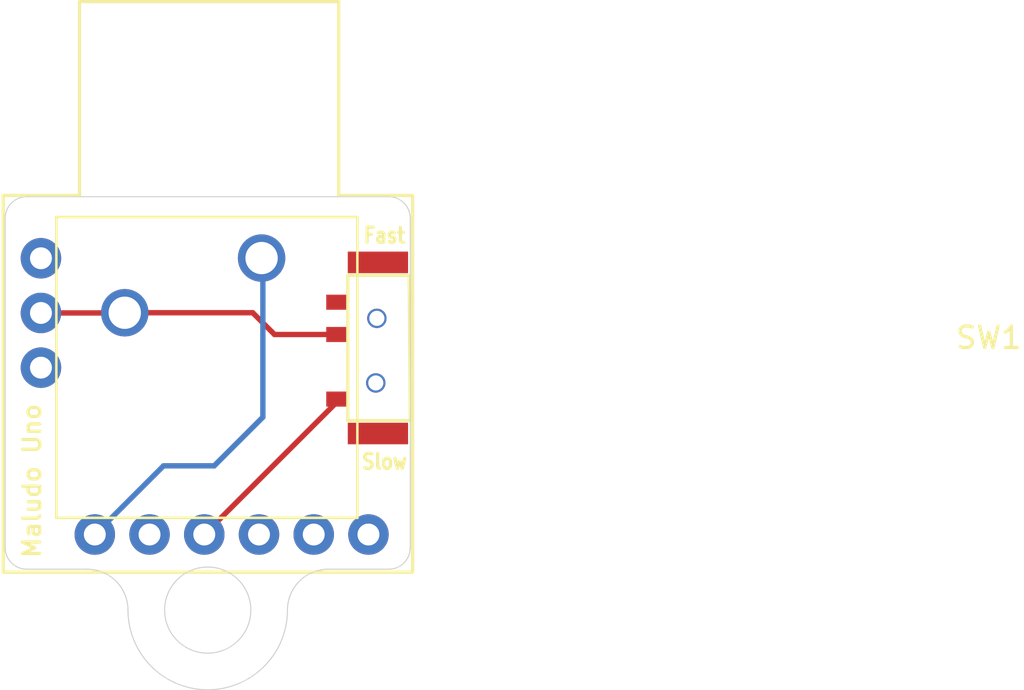
<source format=kicad_pcb>
(kicad_pcb (version 20171130) (host pcbnew "(5.1.6)-1")

  (general
    (thickness 1.6)
    (drawings 15)
    (tracks 14)
    (zones 0)
    (modules 3)
    (nets 10)
  )

  (page A4)
  (layers
    (0 F.Cu signal)
    (31 B.Cu signal)
    (32 B.Adhes user)
    (33 F.Adhes user)
    (34 B.Paste user)
    (35 F.Paste user)
    (36 B.SilkS user)
    (37 F.SilkS user)
    (38 B.Mask user)
    (39 F.Mask user)
    (40 Dwgs.User user)
    (41 Cmts.User user)
    (42 Eco1.User user)
    (43 Eco2.User user)
    (44 Edge.Cuts user)
    (45 Margin user)
    (46 B.CrtYd user)
    (47 F.CrtYd user)
    (48 B.Fab user)
    (49 F.Fab user)
  )

  (setup
    (last_trace_width 0.25)
    (trace_clearance 0.2)
    (zone_clearance 0.508)
    (zone_45_only no)
    (trace_min 0.2)
    (via_size 0.8)
    (via_drill 0.4)
    (via_min_size 0.4)
    (via_min_drill 0.3)
    (uvia_size 0.3)
    (uvia_drill 0.1)
    (uvias_allowed no)
    (uvia_min_size 0.2)
    (uvia_min_drill 0.1)
    (edge_width 0.05)
    (segment_width 0.2)
    (pcb_text_width 0.3)
    (pcb_text_size 1.5 1.5)
    (mod_edge_width 0.12)
    (mod_text_size 1 1)
    (mod_text_width 0.15)
    (pad_size 1.524 1.524)
    (pad_drill 0.762)
    (pad_to_mask_clearance 0.05)
    (aux_axis_origin 0 0)
    (visible_elements 7FFFFFFF)
    (pcbplotparams
      (layerselection 0x010fc_ffffffff)
      (usegerberextensions false)
      (usegerberattributes true)
      (usegerberadvancedattributes true)
      (creategerberjobfile true)
      (excludeedgelayer true)
      (linewidth 0.100000)
      (plotframeref false)
      (viasonmask false)
      (mode 1)
      (useauxorigin false)
      (hpglpennumber 1)
      (hpglpenspeed 20)
      (hpglpendiameter 15.000000)
      (psnegative false)
      (psa4output false)
      (plotreference true)
      (plotvalue true)
      (plotinvisibletext false)
      (padsonsilk false)
      (subtractmaskfromsilk false)
      (outputformat 1)
      (mirror false)
      (drillshape 0)
      (scaleselection 1)
      (outputdirectory "Gerber/"))
  )

  (net 0 "")
  (net 1 "Net-(U1-Pad9)")
  (net 2 "Net-(U1-Pad7)")
  (net 3 "Net-(U1-Pad4)")
  (net 4 "Net-(U1-Pad2)")
  (net 5 "Net-(K1-Pad1)")
  (net 6 "Net-(U1-Pad6)")
  (net 7 GND)
  (net 8 "Net-(SW1-Pad1)")
  (net 9 "Net-(U1-Pad5)")

  (net_class Default "This is the default net class."
    (clearance 0.2)
    (trace_width 0.25)
    (via_dia 0.8)
    (via_drill 0.4)
    (uvia_dia 0.3)
    (uvia_drill 0.1)
    (add_net GND)
    (add_net "Net-(K1-Pad1)")
    (add_net "Net-(SW1-Pad1)")
    (add_net "Net-(U1-Pad2)")
    (add_net "Net-(U1-Pad4)")
    (add_net "Net-(U1-Pad5)")
    (add_net "Net-(U1-Pad6)")
    (add_net "Net-(U1-Pad7)")
    (add_net "Net-(U1-Pad9)")
  )

  (module Switches:MSK12C02 (layer F.Cu) (tedit 5B184E5C) (tstamp 5F6A0C5C)
    (at 50 93 180)
    (path /5F6A6EE9)
    (fp_text reference SW1 (at -27.05 4.35) (layer F.SilkS)
      (effects (font (size 1 1) (thickness 0.15)))
    )
    (fp_text value SW_Push (at -25.1 -1.45) (layer F.Fab)
      (effects (font (size 1 1) (thickness 0.15)))
    )
    (fp_line (start -0.2 0.5) (end 2.7 0.5) (layer F.SilkS) (width 0.15))
    (fp_line (start 2.7 0.5) (end 2.7 7.25) (layer F.SilkS) (width 0.15))
    (fp_line (start 2.7 7.25) (end -0.15 7.25) (layer F.SilkS) (width 0.15))
    (fp_line (start -0.15 7.25) (end -0.2 0.5) (layer F.SilkS) (width 0.15))
    (pad "" np_thru_hole circle (at 1.35 5.25 180) (size 0.9 0.9) (drill 0.7) (layers *.Cu *.Mask))
    (pad "" np_thru_hole circle (at 1.4 2.25 180) (size 0.9 0.9) (drill 0.7) (layers *.Cu *.Mask))
    (pad NC smd rect (at 1.3 7.85 180) (size 2.8 1) (layers F.Cu F.Paste F.Mask))
    (pad 2 smd rect (at 3.2 4.5 270) (size 0.7 1) (layers F.Cu F.Paste F.Mask)
      (net 7 GND))
    (pad 3 smd rect (at 3.2 6 270) (size 0.7 1) (layers F.Cu F.Paste F.Mask))
    (pad 1 smd rect (at 3.2 1.5 270) (size 0.7 1) (layers F.Cu F.Paste F.Mask)
      (net 8 "Net-(SW1-Pad1)"))
    (pad NC smd rect (at 1.3 -0.1 180) (size 2.8 1) (layers F.Cu F.Paste F.Mask))
  )

  (module ehre6:Digispark (layer F.Cu) (tedit 59C34524) (tstamp 5F51FDDD)
    (at 41.91 97.79)
    (path /5F514B9F)
    (fp_text reference U1 (at 31.39 0.01) (layer F.SilkS) hide
      (effects (font (size 1 1) (thickness 0.15)))
    )
    (fp_text value Digispark (at -0.24 -2.82) (layer F.Fab)
      (effects (font (size 1 1) (thickness 0.15)))
    )
    (fp_line (start -7.06 -24.75) (end -7.06 -15.75) (layer F.SilkS) (width 0.15))
    (fp_line (start 8.4 -15.75) (end 8.4 1.75) (layer F.SilkS) (width 0.15))
    (fp_line (start 4.97 -15.75) (end 8.4 -15.75) (layer F.SilkS) (width 0.15))
    (fp_line (start -10.6 -15.75) (end -10.6 1.75) (layer F.SilkS) (width 0.15))
    (fp_line (start 4.97 -24.75) (end -7.06 -24.75) (layer F.SilkS) (width 0.15))
    (fp_line (start 4.97 -24.75) (end 4.97 -15.75) (layer F.SilkS) (width 0.15))
    (fp_line (start -7.06 -15.75) (end -10.6 -15.75) (layer F.SilkS) (width 0.15))
    (fp_line (start -10.6 1.75) (end 8.4 1.75) (layer F.SilkS) (width 0.15))
    (pad 9 thru_hole circle (at -8.85 -12.83) (size 1.8796 1.8796) (drill 1.016) (layers *.Cu *.Mask)
      (net 1 "Net-(U1-Pad9)"))
    (pad 8 thru_hole circle (at -8.85 -10.29) (size 1.8796 1.8796) (drill 1.016) (layers *.Cu *.Mask)
      (net 7 GND))
    (pad 7 thru_hole circle (at -8.85 -7.75) (size 1.8796 1.8796) (drill 1.016) (layers *.Cu *.Mask)
      (net 2 "Net-(U1-Pad7)"))
    (pad 6 thru_hole circle (at 6.35 0) (size 1.8796 1.8796) (drill 1.016) (layers *.Cu *.Mask)
      (net 6 "Net-(U1-Pad6)"))
    (pad 5 thru_hole circle (at 3.81 0) (size 1.8796 1.8796) (drill 1.016) (layers *.Cu *.Mask)
      (net 9 "Net-(U1-Pad5)"))
    (pad 4 thru_hole circle (at 1.27 0) (size 1.8796 1.8796) (drill 1.016) (layers *.Cu *.Mask)
      (net 3 "Net-(U1-Pad4)"))
    (pad 3 thru_hole circle (at -1.27 0) (size 1.8796 1.8796) (drill 1.016) (layers *.Cu *.Mask)
      (net 8 "Net-(SW1-Pad1)"))
    (pad 2 thru_hole circle (at -3.81 0) (size 1.8796 1.8796) (drill 1.016) (layers *.Cu *.Mask)
      (net 4 "Net-(U1-Pad2)"))
    (pad 1 thru_hole circle (at -6.35 0) (size 1.8796 1.8796) (drill 1.016) (layers *.Cu *.Mask)
      (net 5 "Net-(K1-Pad1)"))
  )

  (module Button_Switch_Keyboard:SW_Cherry_MX_1.00u_PCB (layer F.Cu) (tedit 5A02FE24) (tstamp 5F51A09D)
    (at 43.3 84.95)
    (descr "Cherry MX keyswitch, 1.00u, PCB mount, http://cherryamericas.com/wp-content/uploads/2014/12/mx_cat.pdf")
    (tags "Cherry MX keyswitch 1.00u PCB")
    (path /5F514096)
    (fp_text reference "Maludo Uno" (at -10.66 10.35 -90) (layer F.SilkS)
      (effects (font (size 0.8 0.8) (thickness 0.15)))
    )
    (fp_text value KEYSW (at -2.54 12.954) (layer F.Fab)
      (effects (font (size 1 1) (thickness 0.15)))
    )
    (fp_line (start -9.525 12.065) (end -9.525 -1.905) (layer F.SilkS) (width 0.12))
    (fp_line (start 4.445 12.065) (end -9.525 12.065) (layer F.SilkS) (width 0.12))
    (fp_line (start 4.445 -1.905) (end 4.445 12.065) (layer F.SilkS) (width 0.12))
    (fp_line (start -9.525 -1.905) (end 4.445 -1.905) (layer F.SilkS) (width 0.12))
    (fp_line (start -12.065 14.605) (end -12.065 -4.445) (layer Dwgs.User) (width 0.15))
    (fp_line (start 6.985 14.605) (end -12.065 14.605) (layer Dwgs.User) (width 0.15))
    (fp_line (start 6.985 -4.445) (end 6.985 14.605) (layer Dwgs.User) (width 0.15))
    (fp_line (start -12.065 -4.445) (end 6.985 -4.445) (layer Dwgs.User) (width 0.15))
    (fp_line (start -9.14 -1.52) (end 4.06 -1.52) (layer F.CrtYd) (width 0.05))
    (fp_line (start 4.06 -1.52) (end 4.06 11.68) (layer F.CrtYd) (width 0.05))
    (fp_line (start 4.06 11.68) (end -9.14 11.68) (layer F.CrtYd) (width 0.05))
    (fp_line (start -9.14 11.68) (end -9.14 -1.52) (layer F.CrtYd) (width 0.05))
    (fp_line (start -8.89 11.43) (end -8.89 -1.27) (layer F.Fab) (width 0.1))
    (fp_line (start 3.81 11.43) (end -8.89 11.43) (layer F.Fab) (width 0.1))
    (fp_line (start 3.81 -1.27) (end 3.81 11.43) (layer F.Fab) (width 0.1))
    (fp_line (start -8.89 -1.27) (end 3.81 -1.27) (layer F.Fab) (width 0.1))
    (fp_text user %R (at -2.54 -2.794) (layer F.Fab)
      (effects (font (size 1 1) (thickness 0.15)))
    )
    (pad "" np_thru_hole circle (at 2.54 5.08) (size 1.7 1.7) (drill 1.7) (layers *.Cu *.Mask))
    (pad "" np_thru_hole circle (at -7.62 5.08) (size 1.7 1.7) (drill 1.7) (layers *.Cu *.Mask))
    (pad "" np_thru_hole circle (at -2.54 5.08) (size 4 4) (drill 4) (layers *.Cu *.Mask))
    (pad 2 thru_hole circle (at -6.35 2.54) (size 2.2 2.2) (drill 1.5) (layers *.Cu *.Mask)
      (net 7 GND))
    (pad 1 thru_hole circle (at 0 0) (size 2.2 2.2) (drill 1.5) (layers *.Cu *.Mask)
      (net 5 "Net-(K1-Pad1)"))
    (model ${KISYS3DMOD}/Button_Switch_Keyboard.3dshapes/SW_Cherry_MX_1.00u_PCB.wrl
      (at (xyz 0 0 0))
      (scale (xyz 1 1 1))
      (rotate (xyz 0 0 0))
    )
  )

  (gr_text Slow (at 49 94.4) (layer F.SilkS)
    (effects (font (size 0.7 0.6) (thickness 0.15)))
  )
  (gr_text Fast (at 49 83.9) (layer F.SilkS) (tstamp 5F6A71F4)
    (effects (font (size 0.7 0.6) (thickness 0.15)))
  )
  (gr_arc (start 40.8 101.3) (end 37.1 101.3) (angle -180) (layer Edge.Cuts) (width 0.05))
  (gr_line (start 46.4 99.4) (end 49.2 99.4) (layer Edge.Cuts) (width 0.05) (tstamp 5F6A719F))
  (gr_arc (start 46.4 101.3) (end 46.4 99.4) (angle -90) (layer Edge.Cuts) (width 0.05))
  (gr_line (start 32.4 99.4) (end 35.2 99.4) (layer Edge.Cuts) (width 0.05) (tstamp 5F6A719D))
  (gr_arc (start 35.2 101.3) (end 37.1 101.3) (angle -90) (layer Edge.Cuts) (width 0.05))
  (gr_circle (center 40.8 101.3) (end 42.8 101.3) (layer Edge.Cuts) (width 0.05))
  (gr_line (start 50.2 83.1) (end 50.2 98.4) (layer Edge.Cuts) (width 0.05) (tstamp 5F520196))
  (gr_line (start 32.4 82.1) (end 49.2 82.1) (layer Edge.Cuts) (width 0.05) (tstamp 5F520195))
  (gr_line (start 31.4 98.4) (end 31.4 83.1) (layer Edge.Cuts) (width 0.05) (tstamp 5F520194))
  (gr_arc (start 32.4 83.1) (end 32.4 82.1) (angle -90) (layer Edge.Cuts) (width 0.05))
  (gr_arc (start 49.2 83.1) (end 50.2 83.1) (angle -90) (layer Edge.Cuts) (width 0.05))
  (gr_arc (start 49.2 98.4) (end 49.2 99.4) (angle -90) (layer Edge.Cuts) (width 0.05))
  (gr_arc (start 32.4 98.4) (end 31.4 98.4) (angle -90) (layer Edge.Cuts) (width 0.05))

  (segment (start 43.94 85.53) (end 43.36 84.95) (width 0.25) (layer F.Cu) (net 5))
  (segment (start 43.6 85.19) (end 43.36 84.95) (width 0.25) (layer F.Cu) (net 5))
  (segment (start 35.56 97.79) (end 38.75 94.6) (width 0.25) (layer B.Cu) (net 5))
  (segment (start 38.75 94.6) (end 41.1 94.6) (width 0.25) (layer B.Cu) (net 5))
  (segment (start 43.36 92.34) (end 43.36 84.95) (width 0.25) (layer B.Cu) (net 5))
  (segment (start 41.1 94.6) (end 43.36 92.34) (width 0.25) (layer B.Cu) (net 5))
  (segment (start 33.27 87.29) (end 33.06 87.5) (width 0.25) (layer F.Cu) (net 7))
  (segment (start 37 87.5) (end 37.01 87.49) (width 0.25) (layer F.Cu) (net 7))
  (segment (start 33.06 87.5) (end 37 87.5) (width 0.25) (layer F.Cu) (net 7))
  (segment (start 37.01 87.49) (end 42.89 87.49) (width 0.25) (layer F.Cu) (net 7))
  (segment (start 43.9 88.5) (end 46.7 88.5) (width 0.25) (layer F.Cu) (net 7))
  (segment (start 42.89 87.49) (end 43.9 88.5) (width 0.25) (layer F.Cu) (net 7))
  (segment (start 46.7 91.73) (end 40.64 97.79) (width 0.25) (layer F.Cu) (net 8))
  (segment (start 46.7 91.5) (end 46.7 91.73) (width 0.25) (layer F.Cu) (net 8))

)

</source>
